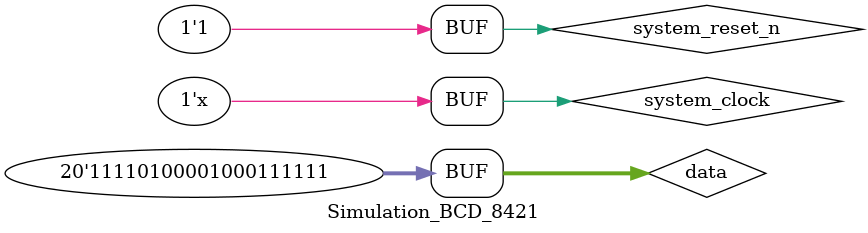
<source format=v>
`timescale 1ms / 1ns

module Simulation_BCD_8421();

reg system_clock;
reg system_reset_n;
reg [19:0] data;

wire [3:0] one;
wire [3:0] ten;
wire [3:0] hundred;
wire [3:0] thousand;
wire [3:0] ten_thousand;
wire [3:0] hundred_thousand;


initial begin
    system_clock = 1 'b 1;
    system_reset_n <= 1 'b 0;
    #20
    system_reset_n <= 1 'b 1;
    data <= 20 'd 123_456;
    #3000
    data <= 20 'd 654_321;
    #3000
    data <= 20 'd 987_654;
    #3000
    data <= 20 'd 999_999;
end

always #10 system_clock = ~ system_clock;

BDC_8421 BDC_8421_Instance(
    .system_clock (system_clock),
    .system_reset_n (system_reset_n),
    .data (data),

    .one (one),
    .ten (ten),
    .hundred (hundred),
    .thousand (thousand),
    .ten_thousand (ten_thousand),
    .hundred_thousand (hundred_thousand)
);

endmodule

</source>
